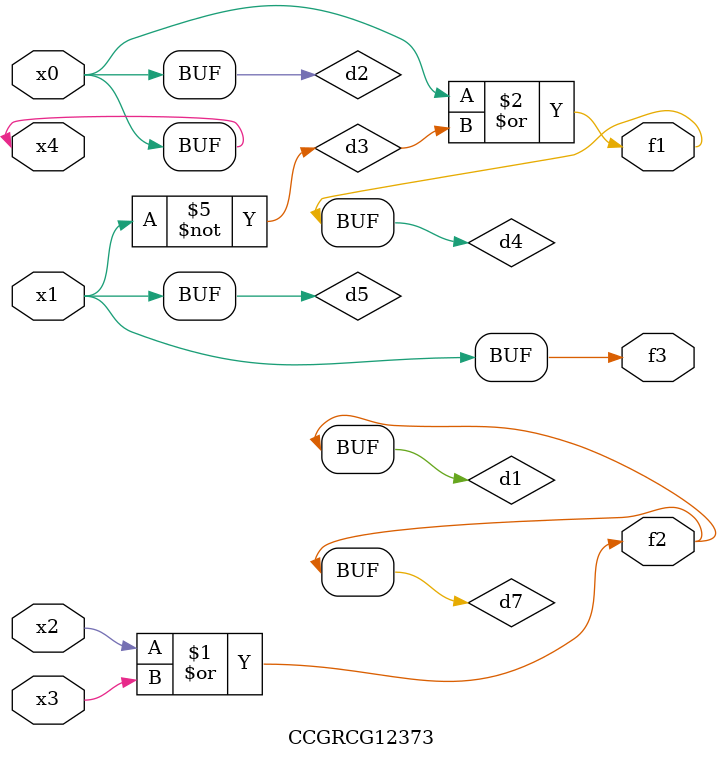
<source format=v>
module CCGRCG12373(
	input x0, x1, x2, x3, x4,
	output f1, f2, f3
);

	wire d1, d2, d3, d4, d5, d6, d7;

	or (d1, x2, x3);
	buf (d2, x0, x4);
	not (d3, x1);
	or (d4, d2, d3);
	not (d5, d3);
	nand (d6, d1, d3);
	or (d7, d1);
	assign f1 = d4;
	assign f2 = d7;
	assign f3 = d5;
endmodule

</source>
